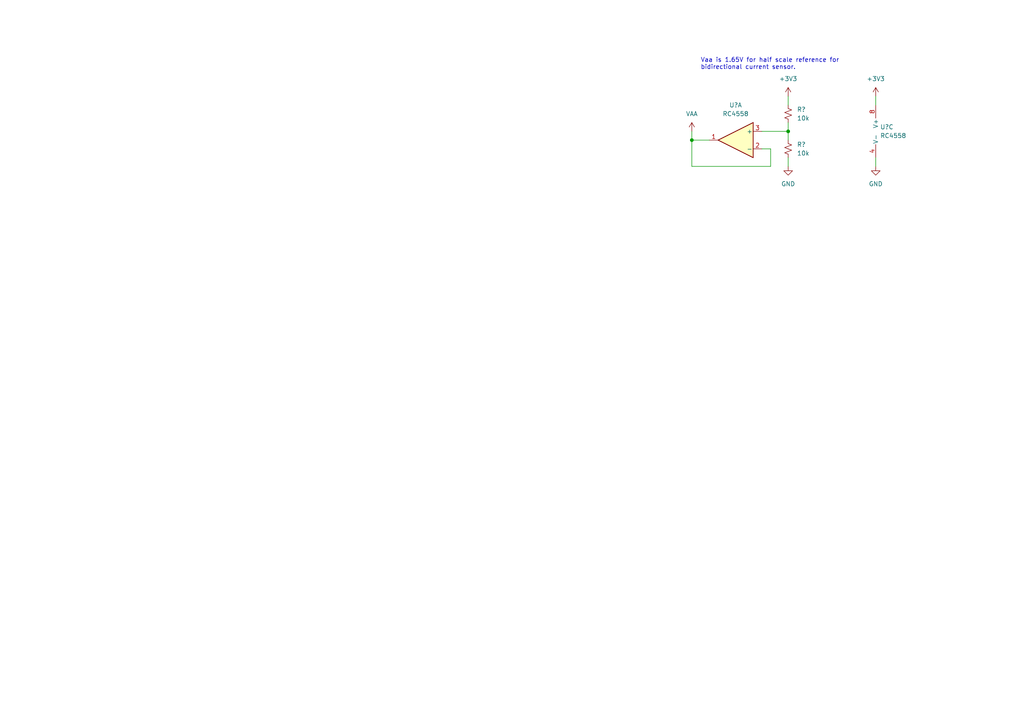
<source format=kicad_sch>
(kicad_sch (version 20211123) (generator eeschema)
  (paper "A4")
  (lib_symbols
    (symbol "Amplifier_Operational:RC4558" (pin_names (offset 0.127))
      (property "Reference" "U" (at 0 5.08 0))
      (property "Value" "RC4558" (at 0 -5.08 0))
      (symbol "RC4558_1_1"
        (polyline (pts (xy -5.08 5.08) (xy 5.08 0) (xy -5.08 -5.08) (xy -5.08 5.08)) (stroke (width 0.254)) (fill (type background)))
        (pin output line (at 7.62 0 180) (length 2.54) (name "~") (number "1"))
        (pin input line (at -7.62 -2.54 0) (length 2.54) (name "-") (number "2"))
        (pin input line (at -7.62 2.54 0) (length 2.54) (name "+") (number "3"))
      )
      (symbol "RC4558_2_1"
        (polyline (pts (xy -5.08 5.08) (xy 5.08 0) (xy -5.08 -5.08) (xy -5.08 5.08)) (stroke (width 0.254)) (fill (type background)))
        (pin input line (at -7.62 2.54 0) (length 2.54) (name "+") (number "5"))
        (pin input line (at -7.62 -2.54 0) (length 2.54) (name "-") (number "6"))
        (pin output line (at 7.62 0 180) (length 2.54) (name "~") (number "7"))
      )
      (symbol "RC4558_3_1"
        (pin power_in line (at -2.54 -7.62 90) (length 3.81) (name "V-") (number "4"))
        (pin power_in line (at -2.54 7.62 270) (length 3.81) (name "V+") (number "8"))
      )
    )
    (symbol "Device:R_Small_US" (pin_numbers hide) (pin_names (offset 0.254) hide)
      (property "Reference" "R" (at 0.762 0.508 0))
      (property "Value" "R_Small_US" (at 0.762 -1.016 0))
      (symbol "R_Small_US_1_1"
        (polyline (pts (xy 0 0) (xy 1.016 -0.381) (xy 0 -0.762) (xy -1.016 -1.143) (xy 0 -1.524)))
        (polyline (pts (xy 0 1.524) (xy 1.016 1.143) (xy 0 0.762) (xy -1.016 0.381) (xy 0 0)))
        (pin passive line (at 0 2.54 270) (length 1.016) (name "~") (number "1"))
        (pin passive line (at 0 -2.54 90) (length 1.016) (name "~") (number "2"))
      )
    )
    (symbol "power:+3.3V" (power) (pin_names (offset 0))
      (property "Value" "+3.3V" (at 0 3.556 0))
      (symbol "+3.3V_0_1"
        (polyline (pts (xy -0.762 1.27) (xy 0 2.54)))
        (polyline (pts (xy 0 0) (xy 0 2.54)))
        (polyline (pts (xy 0 2.54) (xy 0.762 1.27)))
      )
      (symbol "+3.3V_1_1"
        (pin power_in line (at 0 0 90) (length 0) hide (name "+3V3") (number "1"))
      )
    )
    (symbol "power:GND" (power) (pin_names (offset 0))
      (property "Value" "GND" (at 0 -3.81 0))
      (symbol "GND_0_1"
        (polyline (pts (xy 0 0) (xy 0 -1.27) (xy 1.27 -1.27) (xy 0 -2.54) (xy -1.27 -1.27) (xy 0 -1.27)))
      )
      (symbol "GND_1_1"
        (pin power_in line (at 0 0 270) (length 0) hide (name "GND") (number "1"))
      )
    )
    (symbol "power:VAA" (power) (pin_names (offset 0))
      (property "Value" "VAA" (at 0 3.81 0))
      (symbol "VAA_0_1"
        (polyline (pts (xy -0.762 1.27) (xy 0 2.54)))
        (polyline (pts (xy 0 0) (xy 0 2.54)))
        (polyline (pts (xy 0 2.54) (xy 0.762 1.27)))
      )
      (symbol "VAA_1_1"
        (pin power_in line (at 0 0 90) (length 0) hide (name "VAA") (number "1"))
      )
    )
  )
  (junction (at 200.66 40.64))
  (junction (at 228.6 38.1))
  (wire (pts (xy 200.66 48.26) (xy 223.52 48.26)))
  (wire (pts (xy 228.6 27.94) (xy 228.6 30.48)))
  (wire (pts (xy 228.6 35.56) (xy 228.6 38.1)))
  (wire (pts (xy 254 45.72) (xy 254 48.26)))
  (wire (pts (xy 223.52 43.18) (xy 220.98 43.18)))
  (wire (pts (xy 228.6 45.72) (xy 228.6 48.26)))
  (wire (pts (xy 223.52 48.26) (xy 223.52 43.18)))
  (wire (pts (xy 254 27.94) (xy 254 30.48)))
  (wire (pts (xy 200.66 40.64) (xy 200.66 48.26)))
  (wire (pts (xy 200.66 40.64) (xy 205.74 40.64)))
  (wire (pts (xy 220.98 38.1) (xy 228.6 38.1)))
  (wire (pts (xy 200.66 38.1) (xy 200.66 40.64)))
  (wire (pts (xy 228.6 38.1) (xy 228.6 40.64)))
  (text "Vaa is 1.65V for half scale reference for\nbidirectional current sensor." (at 203.2 20.32 0) (effects (font (size 1.27 1.27)) (justify left bottom)))
  (symbol (lib_id "power:GND") (at 228.6 48.26 0) (unit 1)
    (property "Reference" "#PWR?" (effects hide))
    (property "Value" "GND" (at 228.6 53.34 0))
  )
  (symbol (lib_id "Amplifier_Operational:RC4558") (at 256.54 38.1 0) (unit 3)
    (property "Reference" "U?" (at 255.27 36.8299 0) (effects (justify left)))
    (property "Value" "RC4558" (at 255.27 39.3699 0) (effects (justify left)))
    (property "Datasheet" "http://www.ti.com/lit/ds/symlink/rc4558.pdf" (effects hide))
  )
  (symbol (lib_id "Device:R_Small_US") (at 228.6 33.02 0) (unit 1)
    (property "Reference" "R?" (at 231.14 31.7499 0) (effects (justify left)))
    (property "Value" "10k" (at 231.14 34.2899 0) (effects (justify left)))
  )
  (symbol (lib_id "Amplifier_Operational:RC4558") (at 213.36 40.64 0) (mirror y) (unit 1)
    (property "Reference" "U?" (at 213.36 30.48 0))
    (property "Value" "RC4558" (at 213.36 33.02 0))
    (property "Datasheet" "http://www.ti.com/lit/ds/symlink/rc4558.pdf" (effects hide))
  )
  (symbol (lib_id "power:VAA") (at 200.66 38.1 0) (unit 1)
    (property "Reference" "#PWR?" (effects hide))
    (property "Value" "VAA" (at 200.66 33.02 0))
  )
  (symbol (lib_id "power:+3.3V") (at 228.6 27.94 0) (unit 1)
    (property "Reference" "#PWR?" (effects hide))
    (property "Value" "+3.3V" (at 228.6 22.86 0))
  )
  (symbol (lib_id "power:GND") (at 254 48.26 0) (unit 1)
    (property "Reference" "#PWR?" (effects hide))
    (property "Value" "GND" (at 254 53.34 0))
  )
  (symbol (lib_id "Device:R_Small_US") (at 228.6 43.18 0) (unit 1)
    (property "Reference" "R?" (at 231.14 41.9099 0) (effects (justify left)))
    (property "Value" "10k" (at 231.14 44.4499 0) (effects (justify left)))
  )
  (symbol (lib_id "power:+3.3V") (at 254 27.94 0) (unit 1)
    (property "Reference" "#PWR?" (effects hide))
    (property "Value" "+3.3V" (at 254 22.86 0))
  )
)
</source>
